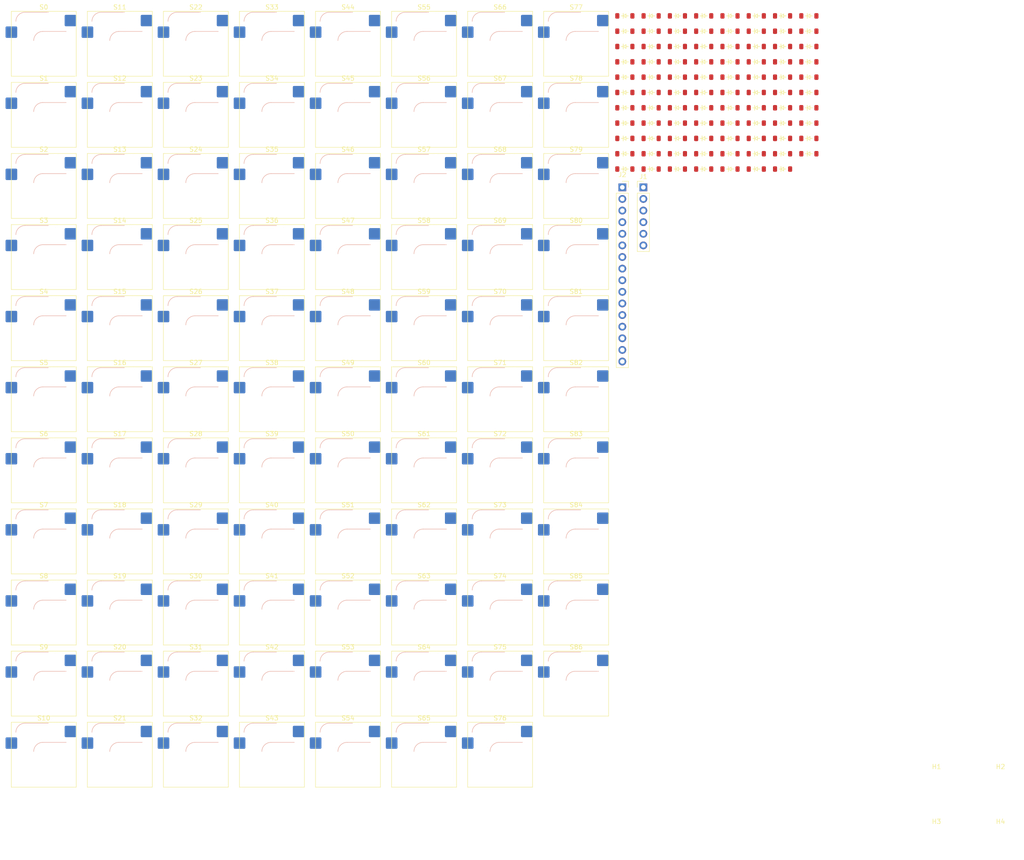
<source format=kicad_pcb>
(kicad_pcb (version 20240108) (generator "pcbnew") (generator_version "8.0")
  (layers (0 "F.Cu" signal) (31 "B.Cu" signal) (34 "B.Paste" user) (35 "F.Paste" user) (36 "B.SilkS" user "B.Silkscreen") (37 "F.SilkS" user "F.Silkscreen") (38 "B.Mask" user) (39 "F.Mask" user) (44 "Edge.Cuts" user))
  (net 0 "")
  (net 1 "/Row0")
  (net 2 "Net-(D90-A)")
  (net 3 "Net-(D91-A)")
  (net 4 "Net-(D92-A)")
  (net 5 "Net-(D93-A)")
  (net 6 "Net-(D94-A)")
  (net 7 "Net-(D95-A)")
  (net 8 "Net-(D96-A)")
  (net 9 "Net-(D97-A)")
  (net 10 "Net-(D98-A)")
  (net 11 "Net-(D99-A)")
  (net 12 "Net-(D100-A)")
  (net 13 "Net-(D101-A)")
  (net 14 "Net-(D102-A)")
  (net 15 "Net-(D103-A)")
  (net 16 "Net-(D104-A)")
  (net 17 "Net-(D105-A)")
  (net 18 "/Row1")
  (net 19 "Net-(D106-A)")
  (net 20 "Net-(D107-A)")
  (net 21 "Net-(D108-A)")
  (net 22 "Net-(D109-A)")
  (net 23 "Net-(D110-A)")
  (net 24 "Net-(D111-A)")
  (net 25 "Net-(D112-A)")
  (net 26 "Net-(D113-A)")
  (net 27 "Net-(D114-A)")
  (net 28 "Net-(D115-A)")
  (net 29 "Net-(D116-A)")
  (net 30 "Net-(D117-A)")
  (net 31 "Net-(D118-A)")
  (net 32 "Net-(D119-A)")
  (net 33 "/Row2")
  (net 34 "Net-(D120-A)")
  (net 35 "Net-(D121-A)")
  (net 36 "Net-(D122-A)")
  (net 37 "Net-(D123-A)")
  (net 38 "Net-(D124-A)")
  (net 39 "Net-(D125-A)")
  (net 40 "Net-(D126-A)")
  (net 41 "Net-(D127-A)")
  (net 42 "Net-(D128-A)")
  (net 43 "Net-(D129-A)")
  (net 44 "Net-(D130-A)")
  (net 45 "Net-(D131-A)")
  (net 46 "Net-(D132-A)")
  (net 47 "Net-(D133-A)")
  (net 48 "Net-(D134-A)")
  (net 49 "/Row3")
  (net 50 "Net-(D135-A)")
  (net 51 "/Row4")
  (net 52 "Net-(D136-A)")
  (net 53 "Net-(D137-A)")
  (net 54 "Net-(D138-A)")
  (net 55 "Net-(D139-A)")
  (net 56 "Net-(D140-A)")
  (net 57 "Net-(D141-A)")
  (net 58 "Net-(D142-A)")
  (net 59 "Net-(D143-A)")
  (net 60 "Net-(D144-A)")
  (net 61 "Net-(D145-A)")
  (net 62 "Net-(D146-A)")
  (net 63 "Net-(D147-A)")
  (net 64 "Net-(D148-A)")
  (net 65 "Net-(D149-A)")
  (net 66 "Net-(D150-A)")
  (net 67 "Net-(D151-A)")
  (net 68 "Net-(D152-A)")
  (net 69 "Net-(D153-A)")
  (net 70 "Net-(D154-A)")
  (net 71 "Net-(D155-A)")
  (net 72 "Net-(D156-A)")
  (net 73 "Net-(D157-A)")
  (net 74 "Net-(D158-A)")
  (net 75 "Net-(D159-A)")
  (net 76 "Net-(D160-A)")
  (net 77 "Net-(D161-A)")
  (net 78 "Net-(D162-A)")
  (net 79 "Net-(D163-A)")
  (net 80 "Net-(D164-A)")
  (net 81 "/Row5")
  (net 82 "Net-(D165-A)")
  (net 83 "Net-(D166-A)")
  (net 84 "Net-(D167-A)")
  (net 85 "Net-(D168-A)")
  (net 86 "Net-(D169-A)")
  (net 87 "Net-(D170-A)")
  (net 88 "Net-(D171-A)")
  (net 89 "Net-(D172-A)")
  (net 90 "Net-(D173-A)")
  (net 91 "Net-(D174-A)")
  (net 92 "Net-(D175-A)")
  (net 93 "Net-(D999-A)")
  (net 94 "/Col0")
  (net 95 "/Col1")
  (net 96 "/Col2")
  (net 97 "/Col3")
  (net 98 "/Col4")
  (net 99 "/Col5")
  (net 100 "/Col6")
  (net 101 "/Col7")
  (net 102 "/Col8")
  (net 103 "/Col9")
  (net 104 "/Col10")
  (net 105 "/Col11")
  (net 106 "/Col12")
  (net 107 "/Col13")
  (net 108 "/Col14")
  (net 109 "/Col15")
  (footprint "MountingHole:MountingHole_3.2mm_M3_DIN965" (layer "F.Cu") (at 282.9725 256.65)
    (property "Reference" "H2")
    (property "Value" "MountingHole")
  )
  (footprint "MountingHole:MountingHole_3.2mm_M3_DIN965" (layer "F.Cu") (at 268.9725 268.65)
    (property "Reference" "H3")
    (property "Value" "MountingHole")
  )
  (footprint "MountingHole:MountingHole_3.2mm_M3_DIN965" (layer "F.Cu") (at 282.9725 268.65)
    (property "Reference" "H4")
    (property "Value" "MountingHole")
  )
  (footprint "MountingHole:MountingHole_3.2mm_M3_DIN965" (layer "F.Cu") (at 268.9725 256.65)
    (property "Reference" "H1")
    (property "Value" "MountingHole")
  )
  (footprint "ScottoKeebs_Components:Diode_SOD-123" (layer "F.Cu") (at 241.055 108.725)
    (property "Reference" "D173" (hide yes))
    (property "Value" "Diode")
  )
  (footprint "ScottoKeebs_Components:Diode_SOD-123" (layer "F.Cu") (at 223.805 95.325)
    (property "Reference" "D136" (hide yes))
    (property "Value" "Diode")
  )
  (footprint "ScottoKeebs_Hotswap:Hotswap_MX_1.00u" (layer "F.Cu") (at 190.155 110.275)
    (property "Reference" "S78")
    (property "Value" "Keyswitch")
  )
  (footprint "ScottoKeebs_Hotswap:Hotswap_MX_1.00u" (layer "F.Cu") (at 140.25 125.825)
    (property "Reference" "S46")
    (property "Value" "Keyswitch")
  )
  (footprint "ScottoKeebs_Hotswap:Hotswap_MX_1.00u" (layer "F.Cu") (at 90.345 250.225)
    (property "Reference" "S21")
    (property "Value" "Keyswitch")
  )
  (footprint "ScottoKeebs_Hotswap:Hotswap_MX_1.00u" (layer "F.Cu") (at 106.98 234.675)
    (property "Reference" "S31")
    (property "Value" "Keyswitch")
  )
  (footprint "Connector_PinSocket_2.54mm:PinSocket_1x16_P2.54mm_Vertical" (layer "F.Cu") (at 200.255 126.125)
    (property "Reference" "J2")
    (property "Value" "Conn_01x16")
  )
  (footprint "ScottoKeebs_Hotswap:Hotswap_MX_1.00u" (layer "F.Cu") (at 140.25 172.475)
    (property "Reference" "S49")
    (property "Value" "Keyswitch")
  )
  (footprint "ScottoKeebs_Components:Diode_SOD-123" (layer "F.Cu") (at 218.055 102.025)
    (property "Reference" "D127" (hide yes))
    (property "Value" "Diode")
  )
  (footprint "ScottoKeebs_Hotswap:Hotswap_MX_1.00u" (layer "F.Cu") (at 73.71 188.025)
    (property "Reference" "S6")
    (property "Value" "Keyswitch")
  )
  (footprint "ScottoKeebs_Components:Diode_SOD-123" (layer "F.Cu") (at 212.305 122.125)
    (property "Reference" "D122" (hide yes))
    (property "Value" "Diode")
  )
  (footprint "ScottoKeebs_Components:Diode_SOD-123" (layer "F.Cu") (at 212.305 88.625)
    (property "Reference" "D112" (hide yes))
    (property "Value" "Diode")
  )
  (footprint "ScottoKeebs_Hotswap:Hotswap_MX_1.00u" (layer "F.Cu") (at 140.25 110.275)
    (property "Reference" "S45")
    (property "Value" "Keyswitch")
  )
  (footprint "ScottoKeebs_Hotswap:Hotswap_MX_1.00u" (layer "F.Cu") (at 123.615 250.225)
    (property "Reference" "S43")
    (property "Value" "Keyswitch")
  )
  (footprint "ScottoKeebs_Hotswap:Hotswap_MX_1.00u" (layer "F.Cu") (at 156.885 234.675)
    (property "Reference" "S64")
    (property "Value" "Keyswitch")
  )
  (footprint "ScottoKeebs_Hotswap:Hotswap_MX_1.00u" (layer "F.Cu") (at 190.155 234.675)
    (property "Reference" "S86")
    (property "Value" "Keyswitch")
  )
  (footprint "ScottoKeebs_Hotswap:Hotswap_MX_1.00u" (layer "F.Cu") (at 173.52 188.025)
    (property "Reference" "S72")
    (property "Value" "Keyswitch")
  )
  (footprint "ScottoKeebs_Components:Diode_SOD-123" (layer "F.Cu") (at 223.805 105.375)
    (property "Reference" "D139" (hide yes))
    (property "Value" "Diode")
  )
  (footprint "ScottoKeebs_Components:Diode_SOD-123" (layer "F.Cu") (at 200.805 115.425)
    (property "Reference" "D98" (hide yes))
    (property "Value" "Diode")
  )
  (footprint "ScottoKeebs_Components:Diode_SOD-123" (layer "F.Cu") (at 206.555 102.025)
    (property "Reference" "D105" (hide yes))
    (property "Value" "Diode")
  )
  (footprint "ScottoKeebs_Components:Diode_SOD-123" (layer "F.Cu") (at 206.555 108.725)
    (property "Reference" "D107" (hide yes))
    (property "Value" "Diode")
  )
  (footprint "ScottoKeebs_Components:Diode_SOD-123" (layer "F.Cu") (at 241.055 102.025)
    (property "Reference" "D171" (hide yes))
    (property "Value" "Diode")
  )
  (footprint "ScottoKeebs_Components:Diode_SOD-123" (layer "F.Cu") (at 212.305 105.375)
    (property "Reference" "D117" (hide yes))
    (property "Value" "Diode")
  )
  (footprint "ScottoKeebs_Hotswap:Hotswap_MX_1.00u" (layer "F.Cu") (at 90.345 172.475)
    (property "Reference" "S16")
    (property "Value" "Keyswitch")
  )
  (footprint "ScottoKeebs_Components:Diode_SOD-123" (layer "F.Cu") (at 200.805 88.625)
    (property "Reference" "D90" (hide yes))
    (property "Value" "Diode")
  )
  (footprint "ScottoKeebs_Hotswap:Hotswap_MX_1.00u" (layer "F.Cu") (at 190.155 219.125)
    (property "Reference" "S85")
    (property "Value" "Keyswitch")
  )
  (footprint "ScottoKeebs_Components:Diode_SOD-123" (layer "F.Cu") (at 212.305 98.675)
    (property "Reference" "D115" (hide yes))
    (property "Value" "Diode")
  )
  (footprint "ScottoKeebs_Components:Diode_SOD-123" (layer "F.Cu") (at 229.555 108.725)
    (property "Reference" "D151" (hide yes))
    (property "Value" "Diode")
  )
  (footprint "ScottoKeebs_Components:Diode_SOD-123" (layer "F.Cu") (at 229.555 115.425)
    (property "Reference" "D153" (hide yes))
    (property "Value" "Diode")
  )
  (footprint "ScottoKeebs_Hotswap:Hotswap_MX_1.00u" (layer "F.Cu") (at 190.155 172.475)
    (property "Reference" "S82")
    (property "Value" "Keyswitch")
  )
  (footprint "ScottoKeebs_Hotswap:Hotswap_MX_1.00u" (layer "F.Cu") (at 90.345 125.825)
    (property "Reference" "S13")
    (property "Value" "Keyswitch")
  )
  (footprint "ScottoKeebs_Hotswap:Hotswap_MX_1.00u" (layer "F.Cu") (at 90.345 219.125)
    (property "Reference" "S19")
    (property "Value" "Keyswitch")
  )
  (footprint "ScottoKeebs_Components:Diode_SOD-123" (layer "F.Cu") (at 235.305 91.975)
    (property "Reference" "D157" (hide yes))
    (property "Value" "Diode")
  )
  (footprint "ScottoKeebs_Components:Diode_SOD-123" (layer "F.Cu") (at 200.805 95.325)
    (property "Reference" "D92" (hide yes))
    (property "Value" "Diode")
  )
  (footprint "ScottoKeebs_Components:Diode_SOD-123" (layer "F.Cu") (at 206.555 122.125)
    (property "Reference" "D111" (hide yes))
    (property "Value" "Diode")
  )
  (footprint "ScottoKeebs_Components:Diode_SOD-123" (layer "F.Cu") (at 235.305 112.075)
    (property "Reference" "D163" (hide yes))
    (property "Value" "Diode")
  )
  (footprint "ScottoKeebs_Components:Diode_SOD-123" (layer "F.Cu") (at 241.055 115.425)
    (property "Reference" "D175" (hide yes))
    (property "Value" "Diode")
  )
  (footprint "ScottoKeebs_Hotswap:Hotswap_MX_1.00u" (layer "F.Cu") (at 173.52 172.475)
    (property "Reference" "S71")
    (property "Value" "Keyswitch")
  )
  (footprint "ScottoKeebs_Hotswap:Hotswap_MX_1.00u" (layer "F.Cu") (at 73.71 94.725)
    (property "Reference" "S0")
    (property "Value" "Keyswitch")
  )
  (footprint "ScottoKeebs_Components:Diode_SOD-123" (layer "F.Cu") (at 223.805 91.975)
    (property "Reference" "D135" (hide yes))
    (property "Value" "Diode")
  )
  (footprint "ScottoKeebs_Hotswap:Hotswap_MX_1.00u" (layer "F.Cu") (at 190.155 94.725)
    (property "Reference" "S77")
    (property "Value" "Keyswitch")
  )
  (footprint "ScottoKeebs_Hotswap:Hotswap_MX_1.00u" (layer "F.Cu") (at 190.155 203.575)
    (property "Reference" "S84")
    (property "Value" "Keyswitch")
  )
  (footprint "ScottoKeebs_Components:Diode_SOD-123" (layer "F.Cu") (at 212.305 102.025)
    (property "Reference" "D116" (hide yes))
    (property "Value" "Diode")
  )
  (footprint "ScottoKeebs_Hotswap:Hotswap_MX_1.00u" (layer "F.Cu") (at 156.885 188.025)
    (property "Reference" "S61")
    (property "Value" "Keyswitch")
  )
  (footprint "ScottoKeebs_Components:Diode_SOD-123" (layer "F.Cu") (at 235.305 115.425)
    (property "Reference" "D164" (hide yes))
    (property "Value" "Diode")
  )
  (footprint "ScottoKeebs_Hotswap:Hotswap_MX_1.00u" (layer "F.Cu") (at 173.52 203.575)
    (property "Reference" "S73")
    (property "Value" "Keyswitch")
  )
  (footprint "ScottoKeebs_Hotswap:Hotswap_MX_1.00u" (layer "F.Cu") (at 140.25 141.375)
    (property "Reference" "S47")
    (property "Value" "Keyswitch")
  )
  (footprint "ScottoKeebs_Components:Diode_SOD-123" (layer "F.Cu") (at 212.305 118.775)
    (property "Reference" "D121" (hide yes))
    (property "Value" "Diode")
  )
  (footprint "ScottoKeebs_Components:Diode_SOD-123" (layer "F.Cu") (at 229.555 105.375)
    (property "Reference" "D150" (hide yes))
    (property "Value" "Diode")
  )
  (footprint "ScottoKeebs_Components:Diode_SOD-123" (layer "F.Cu") (at 229.555 88.625)
    (property "Reference" "D145" (hide yes))
    (property "Value" "Diode")
  )
  (footprint "ScottoKeebs_Components:Diode_SOD-123" (layer "F.Cu") (at 223.805 108.725)
    (property "Reference" "D140" (hide yes))
    (property "Value" "Diode")
  )
  (footprint "ScottoKeebs_Components:Diode_SOD-123" (layer "F.Cu") (at 218.055 122.125)
    (property "Reference" "D133" (hide yes))
    (property "Value" "Diode")
  )
  (footprint "ScottoKeebs_Hotswap:Hotswap_MX_1.00u" (layer "F.Cu") (at 73.71 219.125)
    (property "Reference" "S8")
    (property "Value" "Keyswitch")
  )
  (footprint "ScottoKeebs_Components:Diode_SOD-123" (layer "F.Cu") (at 235.305 88.625)
    (property "Reference" "D156" (hide yes))
    (property "Value" "Diode")
  )
  (footprint "ScottoKeebs_Components:Diode_SOD-123" (layer "F.Cu") (at 223.805 102.025)
    (property "Reference" "D138" (hide yes))
    (property "Value" "Diode")
  )
  (footprint "ScottoKeebs_Components:Diode_SOD-123" (layer "F.Cu") (at 200.805 102.025)
    (property "Reference" "D94" (hide yes))
    (property "Value" "Diode")
  )
  (footprint "ScottoKeebs_Components:Diode_SOD-123" (layer "F.Cu") (at 200.805 108.725)
    (property "Reference" "D96" (hide yes))
    (property "Value" "Diode")
  )
  (footprint "ScottoKeebs_Hotswap:Hotswap_MX_1.00u" (layer "F.Cu") (at 140.25 250.225)
    (property "Reference" "S54")
    (property "Value" "Keyswitch")
  )
  (footprint "ScottoKeebs_Hotswap:Hotswap_MX_1.00u" (layer "F.Cu") (at 140.25 156.925)
    (property "Reference" "S48")
    (property "Value" "Keyswitch")
  )
  (footprint "ScottoKeebs_Components:Diode_SOD-123" (layer "F.Cu") (at 241.055 118.775)
    (property "Reference" "D999" (hide yes))
    (property "Value" "Diode")
  )
  (footprint "ScottoKeebs_Hotswap:Hotswap_MX_1.00u" (layer "F.Cu") (at 73.71 234.675)
    (property "Reference" "S9")
    (property "Value" "Keyswitch")
  )
  (footprint "ScottoKeebs_Components:Diode_SOD-123" (layer "F.Cu") (at 235.305 95.325)
    (property "Reference" "D158" (hide yes))
    (property "Value" "Diode")
  )
  (footprint "ScottoKeebs_Hotswap:Hotswap_MX_1.00u" (layer "F.Cu") (at 173.52 234.675)
    (property "Reference" "S75")
    (property "Value" "Keyswitch")
  )
  (footprint "ScottoKeebs_Components:Diode_SOD-123" (layer "F.Cu") (at 223.805 98.675)
    (property "Reference" "D137" (hide yes))
    (property "Value" "Diode")
  )
  (footprint "ScottoKeebs_Hotswap:Hotswap_MX_1.00u" (layer "F.Cu") (at 106.98 203.575)
    (property "Reference" "S29")
    (property "Value" "Keyswitch")
  )
  (footprint "ScottoKeebs_Hotswap:Hotswap_MX_1.00u" (layer "F.Cu") (at 156.885 203.575)
    (property "Reference" "S62")
    (property "Value" "Keyswitch")
  )
  (footprint "ScottoKeebs_Components:Diode_SOD-123" (layer "F.Cu") (at 241.055 95.325)
    (property "Reference" "D169" (hide yes))
    (property "Value" "Diode")
  )
  (footprint "ScottoKeebs_Hotswap:Hotswap_MX_1.00u" (layer "F.Cu") (at 90.345 203.575)
    (property "Reference" "S18")
    (property "Value" "Keyswitch")
  )
  (footprint "ScottoKeebs_Hotswap:Hotswap_MX_1.00u" (layer "F.Cu") (at 173.52 219.125)
    (property "Reference" "S74")
    (property "Value" "Keyswitch")
  )
  (footprint "ScottoKeebs_Hotswap:Hotswap_MX_1.00u" (layer "F.Cu") (at 123.615 234.675)
    (property "Reference" "S42")
    (property "Value" "Keyswitch")
  )
  (footprint "ScottoKeebs_Hotswap:Hotswap_MX_1.00u" (layer "F.Cu") (at 123.615 110.275)
    (property "Reference" "S34")
    (property "Value" "Keyswitch")
  )
  (footprint "ScottoKeebs_Components:Diode_SOD-123" (layer "F.Cu") (at 223.805 122.125)
    (property "Reference" "D144" (hide yes))
    (property "Value" "Diode")
  )
  (footprint "ScottoKeebs_Hotswap:Hotswap_MX_1.00u" (layer "F.Cu") (at 190.155 141.375)
    (property "Reference" "S80")
    (property "Value" "Keyswitch")
  )
  (footprint "ScottoKeebs_Hotswap:Hotswap_MX_1.00u" (layer "F.Cu") (at 106.98 250.225)
    (property "Reference" "S32")
    (property "Value" "Keyswitch")
  )
  (footprint "ScottoKeebs_Hotswap:Hotswap_MX_1.00u" (layer "F.Cu") (at 90.345 141.375)
    (property "Reference" "S14")
    (property "Value" "Keyswitch")
  )
  (footprint "ScottoKeebs_Components:Diode_SOD-123" (layer "F.Cu") (at 229.555 112.075)
    (property "Reference" "D152" (hide yes))
    (property "Value" "Diode")
  )
  (footprint "ScottoKeebs_Hotswap:Hotswap_MX_1.00u" (layer "F.Cu") (at 90.345 94.725)
    (property "Reference" "S11")
    (property "Value" "Keyswitch")
  )
  (footprint "ScottoKeebs_Components:Diode_SOD-123" (layer "F.Cu") (at 212.305 91.975)
    (property "Reference" "D113" (hide yes))
    (property "Value" "Diode")
  )
  (footprint "ScottoKeebs_Components:Diode_SOD-123" (layer "F.Cu") (at 223.805 112.075)
    (property "Reference" "D141" (hide yes))
    (property "Value" "Diode")
  )
  (footprint "ScottoKeebs_Components:Diode_SOD-123" (layer "F.Cu") (at 235.305 108.725)
    (property "Reference" "D162" (hide yes))
    (property "Value" "Diode")
  )
  (footprint "ScottoKeebs_Components:Diode_SOD-123" (layer "F.Cu") (at 218.055 118.775)
    (property "Reference" "D132" (hide yes))
    (property "Value" "Diode")
  )
  (footprint "ScottoKeebs_Hotswap:Hotswap_MX_1.00u" (layer "F.Cu") (at 90.345 234.675)
    (property "Reference" "S20")
    (property "Value" "Keyswitch")
  )
  (footprint "ScottoKeebs_Hotswap:Hotswap_MX_1.00u" (layer "F.Cu") (at 106.98 219.125)
    (property "Reference" "S30")
    (property "Value" "Keyswitch")
  )
  (footprint "ScottoKeebs_Components:Diode_SOD-123" (layer "F.Cu") (at 229.555 122.125)
    (property "Reference" "D155" (hide yes))
    (property "Value" "Diode")
  )
  (footprint "ScottoKeebs_Hotswap:Hotswap_MX_1.00u" (layer "F.Cu") (at 73.71 110.275)
    (property "Reference" "S1")
    (property "Value" "Keyswitch")
  )
  (footprint "ScottoKeebs_Components:Diode_SOD-123" (layer "F.Cu") (at 212.305 115.425)
    (property "Reference" "D120" (hide yes))
    (property "Value" "Diode")
  )
  (footprint "ScottoKeebs_Hotswap:Hotswap_MX_1.00u" (layer "F.Cu") (at 156.885 125.825)
    (property "Reference" "S57")
    (property "Value" "Keyswitch")
  )
  (footprint "ScottoKeebs_Hotswap:Hotswap_MX_1.00u" (layer "F.Cu") (at 140.25 219.125)
    (property "Reference" "S52")
    (property "Value" "Keyswitch")
  )
  (footprint "ScottoKeebs_Components:Diode_SOD-123" (layer "F.Cu") (at 200.805 91.975)
    (property "Reference" "D91" (hide yes))
    (property "Value" "Diode")
  )
  (footprint "ScottoKeebs_Hotswap:Hotswap_MX_1.00u" (layer "F.Cu") (at 106.98 94.725)
    (property "Reference" "S22")
    (property "Value" "Keyswitch")
  )
  (footprint "ScottoKeebs_Components:Diode_SOD-123" (layer "F.Cu") (at 200.805 118.775)
    (property "Reference" "D99" (hide yes))
    (property "Value" "Diode")
  )
  (footprint "ScottoKeebs_Hotswap:Hotswap_MX_1.00u" (layer "F.Cu") (at 73.71 172.475)
    (property "Reference" "S5")
    (property "Value" "Keyswitch")
  )
  (footprint "ScottoKeebs_Components:Diode_SOD-123" (layer "F.Cu") (at 200.805 98.675)
    (property "Reference" "D93" (hide yes))
    (property "Value" "Diode")
  )
  (footprint "ScottoKeebs_Hotswap:Hotswap_MX_1.00u" (layer "F.Cu") (at 90.345 188.025)
    (property "Reference" "S17")
    (property "Value" "Keyswitch")
  )
  (footprint "Connector_PinHeader_2.54mm:PinHeader_1x06_P2.54mm_Vertical" (layer "F.Cu") (at 204.855 126.125)
    (property "Reference" "J1")
    (property "Value" "Conn_01x06")
  )
  (footprint "ScottoKeebs_Hotswap:Hotswap_MX_1.00u" (layer "F.Cu") (at 90.345 156.925)
    (property "Reference" "S15")
    (property "Value" "Keyswitch")
  )
  (footprint "ScottoKeebs_Components:Diode_SOD-123" (layer "F.Cu") (at 206.555 115.425)
    (property "Reference" "D109" (hide yes))
    (property "Value" "Diode")
  )
  (footprint "ScottoKeebs_Hotswap:Hotswap_MX_1.00u" (layer "F.Cu") (at 173.52 141.375)
    (property "Reference" "S69")
    (property "Value" "Keyswitch")
  )
  (footprint "ScottoKeebs_Hotswap:Hotswap_MX_1.00u" (layer "F.Cu") (at 73.71 125.825)
    (property "Reference" "S2")
    (property "Value" "Keyswitch")
  )
  (footprint "ScottoKeebs_Hotswap:Hotswap_MX_1.00u" (layer "F.Cu") (at 190.155 188.025)
    (property "Reference" "S83")
    (property "Value" "Keyswitch")
  )
  (footprint "ScottoKeebs_Hotswap:Hotswap_MX_1.00u" (layer "F.Cu") (at 173.52 125.825)
    (property "Reference" "S68")
    (property "Value" "Keyswitch")
  )
  (footprint "ScottoKeebs_Components:Diode_SOD-123" (layer "F.Cu") (at 241.055 88.625)
    (property "Reference" "D167" (hide yes))
    (property "Value" "Diode")
  )
  (footprint "ScottoKeebs_Hotswap:Hotswap_MX_1.00u" (layer "F.Cu") (at 190.155 125.825)
    (property "Reference" "S79")
    (property "Value" "Keyswitch")
  )
  (footprint "ScottoKeebs_Components:Diode_SOD-123" (layer "F.Cu") (at 241.055 91.975)
    (property "Reference" "D168" (hide yes))
    (property "Value" "Diode")
  )
  (footprint "ScottoKeebs_Hotswap:Hotswap_MX_1.00u" (layer "F.Cu") (at 106.98 156.925)
    (property "Reference" "S26")
    (property "Value" "Keyswitch")
  )
  (footprint "ScottoKeebs_Components:Diode_SOD-123" (layer "F.Cu") (at 218.055 95.325)
    (property "Reference" "D125" (hide yes))
    (property "Value" "Diode")
  )
  (footprint "ScottoKeebs_Hotswap:Hotswap_MX_1.00u" (layer "F.Cu") (at 140.25 203.575)
    (property "Reference" "S51")
    (property "Value" "Keyswitch")
  )
  (footprint "ScottoKeebs_Hotswap:Hotswap_MX_1.00u" (layer "F.Cu") (at 123.615 203.575)
    (property "Reference" "S40")
    (property "Value" "Keyswitch")
  )
  (footprint "ScottoKeebs_Hotswap:Hotswap_MX_1.00u" (layer "F.Cu") (at 140.25 94.725)
    (property "Reference" "S44")
    (property "Value" "Keyswitch")
  )
  (footprint "ScottoKeebs_Components:Diode_SOD-123" (layer "F.Cu") (at 206.555 91.975)
    (property "Reference" "D102" (hide yes))
    (property "Value" "Diode")
  )
  (footprint "ScottoKeebs_Hotswap:Hotswap_MX_1.00u" (layer "F.Cu") (at 106.98 125.825)
    (property "Reference" "S24")
    (property "Value" "Keyswitch")
  )
  (footprint "ScottoKeebs_Hotswap:Hotswap_MX_1.00u" (layer "F.Cu") (at 106.98 110.275)
    (property "Reference" "S23")
    (property "Value" "Keyswitch")
  )
  (footprint "ScottoKeebs_Components:Diode_SOD-123" (layer "F.Cu") (at 218.055 115.425)
    (property "Reference" "D131" (hide yes))
    (property "Value" "Diode")
  )
  (footprint "ScottoKeebs_Components:Diode_SOD-123" (layer "F.Cu") (at 200.805 105.375)
    (property "Reference" "D95" (hide yes))
    (property "Value" "Diode")
  )
  (footprint "ScottoKeebs_Components:Diode_SOD-123" (layer "F.Cu") (at 218.055 112.075)
    (property "Reference" "D130" (hide yes))
    (property "Value" "Diode")
  )
  (footprint "ScottoKeebs_Components:Diode_SOD-123" (layer "F.Cu") (at 212.305 95.325)
    (property "Reference" "D114" (hide yes))
    (property "Value" "Diode")
  )
  (footprint "ScottoKeebs_Hotswap:Hotswap_MX_1.00u" (layer "F.Cu") (at 156.885 141.375)
    (property "Reference" "S58")
    (property "Value" "Keyswitch")
  )
  (footprint "ScottoKeebs_Components:Diode_SOD-123" (layer "F.Cu") (at 223.805 115.425)
    (property "Reference" "D142" (hide yes))
    (property "Value" "Diode")
  )
  (footprint "ScottoKeebs_Hotswap:Hotswap_MX_1.00u" (layer "F.Cu") (at 73.71 141.375)
    (property "Reference" "S3")
    (property "Value" "Keyswitch")
  )
  (footprint "ScottoKeebs_Components:Diode_SOD-123" (layer "F.Cu") (at 200.805 122.125)
    (property "Reference" "D100" (hide yes))
    (property "Value" "Diode")
  )
  (footprint "ScottoKeebs_Components:Diode_SOD-123" (layer "F.Cu") (at 223.805 118.775)
    (property "Reference" "D143" (hide yes))
    (property "Value" "Diode")
  )
  (footprint "ScottoKeebs_Hotswap:Hotswap_MX_1.00u" (layer "F.Cu") (at 106.98 172.475)
    (property "Reference" "S27")
    (property "Value" "Keyswitch")
  )
  (footprint "ScottoKeebs_Components:Diode_SOD-123" (layer "F.Cu") (at 200.805 112.075)
    (property "Reference" "D97" (hide yes))
    (property "Value" "Diode")
  )
  (footprint "ScottoKeebs_Components:Diode_SOD-123" (layer "F.Cu") (at 206.555 88.625)
    (property "Reference" "D101" (hide yes))
    (property "Value" "Diode")
  )
  (footprint "ScottoKeebs_Components:Diode_SOD-123" (layer "F.Cu") (at 218.055 105.375)
    (property "Reference" "D128" (hide yes))
    (property "Value" "Diode")
  )
  (footprint "ScottoKeebs_Components:Diode_SOD-123" (layer "F.Cu") (at 212.305 112.075)
    (property "Reference" "D119" (hide yes))
    (property "Value" "Diode")
  )
  (footprint "ScottoKeebs_Components:Diode_SOD-123" (layer "F.Cu") (at 241.055 105.375)
    (property "Reference" "D172" (hide yes))
    (property "Value" "Diode")
  )
  (footprint "ScottoKeebs_Components:Diode_SOD-123" (layer "F.Cu") (at 206.555 105.375)
    (property "Reference" "D106" (hide yes))
    (property "Value" "Diode")
  )
  (footprint "ScottoKeebs_Hotswap:Hotswap_MX_1.00u" (layer "F.Cu") (at 156.885 156.925)
    (property "Reference" "S59")
    (property "Value" "Keyswitch")
  )
  (footprint "ScottoKeebs_Hotswap:Hotswap_MX_1.00u" (layer "F.Cu") (at 73.71 250.225)
    (property "Reference" "S10")
    (property "Value" "Keyswitch")
  )
  (footprint "ScottoKeebs_Components:Diode_SOD-123" (layer "F.Cu") (at 235.305 122.125)
    (property "Reference" "D166" (hide yes))
    (property "Value" "Diode")
  )
  (footprint "ScottoKeebs_Components:Diode_SOD-123" (layer "F.Cu") (at 235.305 102.025)
    (property "Reference" "D160" (hide yes))
    (property "Value" "Diode")
  )
  (footprint "ScottoKeebs_Components:Diode_SOD-123" (layer "F.Cu") (at 223.805 88.625)
    (property "Reference" "D134" (hide yes))
    (property "Value" "Diode")
  )
  (footprint "ScottoKeebs_Hotswap:Hotswap_MX_1.00u" (layer "F.Cu") (at 123.615 188.025)
    (property "Reference" "S39")
    (property "Value" "Keyswitch")
  )
  (footprint "ScottoKeebs_Components:Diode_SOD-123" (layer "F.Cu") (at 229.555 95.325)
    (property "Reference" "D147" (hide yes))
    (property "Value" "Diode")
  )
  (footprint "ScottoKeebs_Hotswap:Hotswap_MX_1.00u" (layer "F.Cu") (at 173.52 250.225)
    (property "Reference" "S76")
    (property "Value" "Keyswitch")
  )
  (footprint "ScottoKeebs_Hotswap:Hotswap_MX_1.00u" (layer "F.Cu") (at 123.615 94.725)
    (property "Reference" "S33")
    (property "Value" "Keyswitch")
  )
  (footprint "ScottoKeebs_Hotswap:Hotswap_MX_1.00u" (layer "F.Cu") (at 123.615 156.925)
    (property "Reference" "S37")
    (property "Value" "Keyswitch")
  )
  (footprint "ScottoKeebs_Hotswap:Hotswap_MX_1.00u" (layer "F.Cu") (at 106.98 188.025)
    (property "Reference" "S28")
    (property "Value" "Keyswitch")
  )
  (footprint "ScottoKeebs_Components:Diode_SOD-123" (layer "F.Cu") (at 235.305 98.675)
    (property "Reference" "D159" (hide yes))
    (property "Value" "Diode")
  )
  (footprint "ScottoKeebs_Hotswap:Hotswap_MX_1.00u" (layer "F.Cu") (at 173.52 156.925)
    (property "Reference" "S70")
    (property "Value" "Keyswitch")
  )
  (footprint "ScottoKeebs_Hotswap:Hotswap_MX_1.00u" (layer "F.Cu") (at 123.615 172.475)
    (property "Reference" "S38")
    (property "Value" "Keyswitch")
  )
  (footprint "ScottoKeebs_Hotswap:Hotswap_MX_1.00u" (layer "F.Cu") (at 106.98 141.375)
    (property "Reference" "S25")
    (property "Value" "Keyswitch")
  )
  (footprint "ScottoKeebs_Hotswap:Hotswap_MX_1.00u" (layer "F.Cu") (at 156.885 250.225)
    (property "Reference" "S65")
    (property "Value" "Keyswitch")
  )
  (footprint "ScottoKeebs_Hotswap:Hotswap_MX_1.00u" (layer "F.Cu") (at 173.52 110.275)
    (property "Reference" "S67")
    (property "Value" "Keyswitch")
  )
  (footprint "ScottoKeebs_Hotswap:Hotswap_MX_1.00u" (layer "F.Cu") (at 140.25 234.675)
    (property "Reference" "S53")
    (property "Value" "Keyswitch")
  )
  (footprint "ScottoKeebs_Hotswap:Hotswap_MX_1.00u" (layer "F.Cu") (at 123.615 219.125)
    (property "Reference" "S41")
    (property "Value" "Keyswitch")
  )
  (footprint "ScottoKeebs_Components:Diode_SOD-123" (layer "F.Cu") (at 235.305 105.375)
    (property "Reference" "D161" (hide yes))
    (property "Value" "Diode")
  )
  (footprint "ScottoKeebs_Hotswap:Hotswap_MX_1.00u" (layer "F.Cu") (at 140.25 188.025)
    (property "Reference" "S50")
    (property "Value" "Keyswitch")
  )
  (footprint "ScottoKeebs_Components:Diode_SOD-123" (layer "F.Cu") (at 229.555 102.025)
    (property "Reference" "D149" (hide yes))
    (property "Value" "Diode")
  )
  (footprint "ScottoKeebs_Components:Diode_SOD-123" (layer "F.Cu") (at 241.055 112.075)
    (property "Reference" "D174" (hide yes))
    (property "Value" "Diode")
  )
  (footprint "ScottoKeebs_Hotswap:Hotswap_MX_1.00u" (layer "F.Cu") (at 156.885 110.275)
    (property "Reference" "S56")
    (property "Value" "Keyswitch")
  )
  (footprint "ScottoKeebs_Hotswap:Hotswap_MX_1.00u" (layer "F.Cu") (at 173.52 94.725)
    (property "Reference" "S66")
    (property "Value" "Keyswitch")
  )
  (footprint "ScottoKeebs_Hotswap:Hotswap_MX_1.00u" (layer "F.Cu") (at 73.71 156.925)
    (property "Reference" "S4")
    (property "Value" "Keyswitch")
  )
  (footprint "ScottoKeebs_Components:Diode_SOD-123" (layer "F.Cu") (at 229.555 98.675)
    (property "Reference" "D148" (hide yes))
    (property "Value" "Diode")
  )
  (footprint "ScottoKeebs_Hotswap:Hotswap_MX_1.00u" (layer "F.Cu") (at 190.155 156.925)
    (property "Reference" "S81")
    (property "Value" "Keyswitch")
  )
  (footprint "ScottoKeebs_Components:Diode_SOD-123" (layer "F.Cu") (at 206.555 95.325)
    (property "Reference" "D103" (hide yes))
    (property "Value" "Diode")
  )
  (footprint "ScottoKeebs_Hotswap:Hotswap_MX_1.00u" (layer "F.Cu") (at 156.885 172.475)
    (property "Reference" "S60")
    (property "Value" "Keyswitch")
  )
  (footprint "ScottoKeebs_Components:Diode_SOD-123" (layer "F.Cu") (at 229.555 118.775)
    (property "Reference" "D154" (hide yes))
    (property "Value" "Diode")
  )
  (footprint "ScottoKeebs_Hotswap:Hotswap_MX_1.00u" (layer "F.Cu") (at 156.885 94.725)
    (property "Reference" "S55")
    (property "Value" "Keyswitch")
  )
  (footprint "ScottoKeebs_Components:Diode_SOD-123" (layer "F.Cu") (at 206.555 98.675)
    (property "Reference" "D104" (hide yes))
    (property "Value" "Diode")
  )
  (footprint "ScottoKeebs_Hotswap:Hotswap_MX_1.00u" (layer "F.Cu") (at 123.615 141.375)
    (property "Reference" "S36")
    (property "Value" "Keyswitch")
  )
  (footprint "ScottoKeebs_Components:Diode_SOD-123" (layer "F.Cu") (at 241.055 98.675)
    (property "Reference" "D170" (hide yes))
    (property "Value" "Diode")
  )
  (footprint "ScottoKeebs_Components:Diode_SOD-123" (layer "F.Cu") (at 218.055 108.725)
    (property "Reference" "D129" (hide yes))
    (property "Value" "Diode")
  )
  (footprint "ScottoKeebs_Components:Diode_SOD-123" (layer "F.Cu") (at 218.055 88.625)
    (property "Reference" "D123" (hide yes))
    (property "Value" "Diode")
  )
  (footprint "ScottoKeebs_Components:Diode_SOD-123" (layer "F.Cu") (at 212.305 108.725)
    (property "Reference" "D118" (hide yes))
    (property "Value" "Diode")
  )
  (footprint "ScottoKeebs_Components:Diode_SOD-123" (layer "F.Cu") (at 206.555 112.075)
    (property "Reference" "D108" (hide yes))
    (property "Value" "Diode")
  )
  (footprint "ScottoKeebs_Hotswap:Hotswap_MX_1.00u" (layer "F.Cu") (at 123.615 125.825)
    (property "Reference" "S35")
    (property "Value" "Keyswitch")
  )
  (footprint "ScottoKeebs_Hotswap:Hotswap_MX_1.00u" (layer "F.Cu") (at 156.885 219.125)
    (property "Reference" "S63")
    (property "Value" "Keyswitch")
  )
  (footprint "ScottoKeebs_Components:Diode_SOD-123" (layer "F.Cu") (at 206.555 118.775)
    (property "Reference" "D110" (hide yes))
    (property "Value" "Diode")
  )
  (footprint "ScottoKeebs_Components:Diode_SOD-123" (layer "F.Cu") (at 218.055 91.975)
    (property "Reference" "D124" (hide yes))
    (property "Value" "Diode")
  )
  (footprint "ScottoKeebs_Components:Diode_SOD-123" (layer "F.Cu") (at 235.305 118.775)
    (property "Reference" "D165" (hide yes))
    (property "Value" "Diode")
  )
  (footprint "ScottoKeebs_Components:Diode_SOD-123" (layer "F.Cu") (at 229.555 91.975)
    (property "Reference" "D146" (hide yes))
    (property "Value" "Diode")
  )
  (footprint "ScottoKeebs_Components:Diode_SOD-123" (layer "F.Cu") (at 218.055 98.675)
    (property "Reference" "D126" (hide yes))
    (property "Value" "Diode")
  )
  (footprint "ScottoKeebs_Hotswap:Hotswap_MX_1.00u" (layer "F.Cu") (at 90.345 110.275)
    (property "Reference" "S12")
    (property "Value" "Keyswitch")
  )
  (footprint "ScottoKeebs_Hotswap:Hotswap_MX_1.00u" (layer "F.Cu") (at 73.71 203.575)
    (property "Reference" "S7")
    (property "Value" "Keyswitch")
  )
)
</source>
